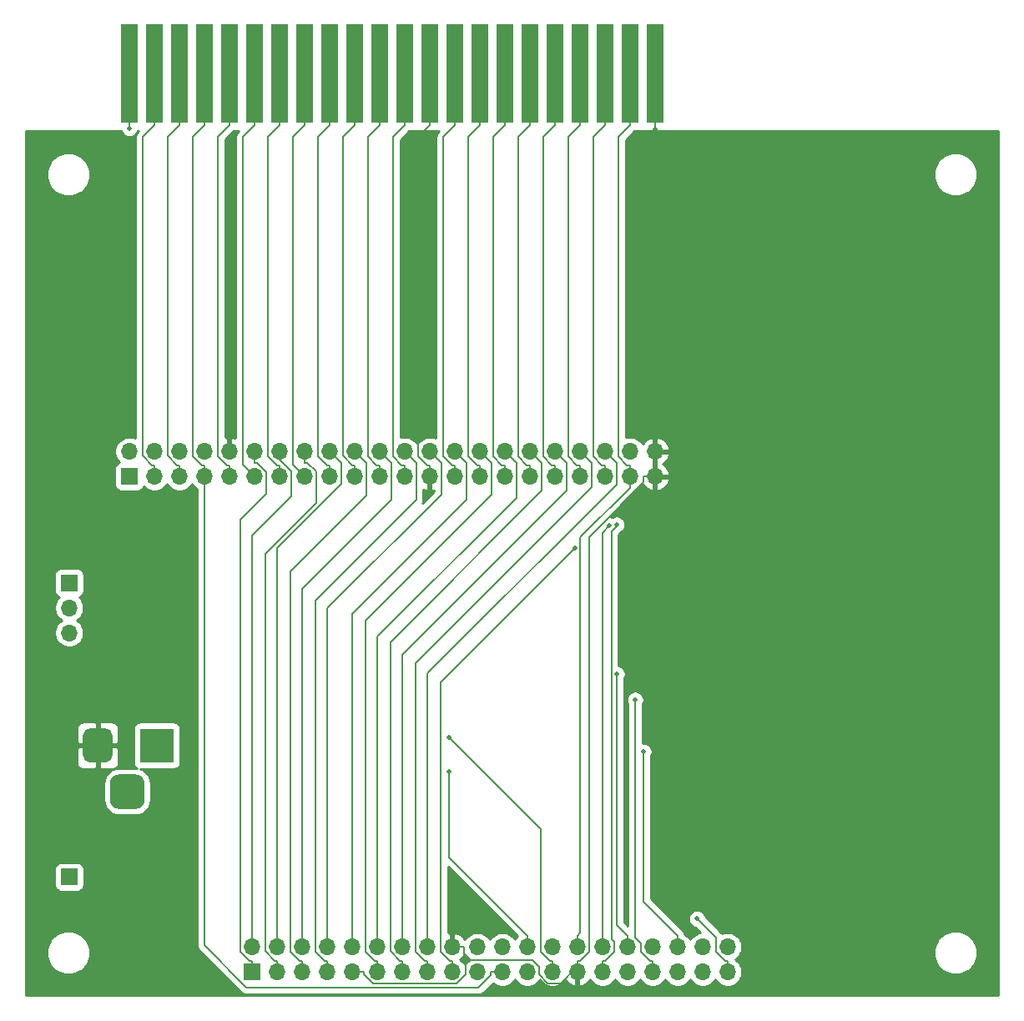
<source format=gbl>
G04 #@! TF.GenerationSoftware,KiCad,Pcbnew,(5.1.9)-1*
G04 #@! TF.CreationDate,2022-09-16T10:06:17+09:00*
G04 #@! TF.ProjectId,mz-80b,6d7a2d38-3062-42e6-9b69-6361645f7063,rev?*
G04 #@! TF.SameCoordinates,PX2faf080PY93d1cc0*
G04 #@! TF.FileFunction,Copper,L2,Bot*
G04 #@! TF.FilePolarity,Positive*
%FSLAX46Y46*%
G04 Gerber Fmt 4.6, Leading zero omitted, Abs format (unit mm)*
G04 Created by KiCad (PCBNEW (5.1.9)-1) date 2022-09-16 10:06:17*
%MOMM*%
%LPD*%
G01*
G04 APERTURE LIST*
G04 #@! TA.AperFunction,ConnectorPad*
%ADD10R,1.780000X10.000000*%
G04 #@! TD*
G04 #@! TA.AperFunction,ComponentPad*
%ADD11O,1.700000X1.700000*%
G04 #@! TD*
G04 #@! TA.AperFunction,ComponentPad*
%ADD12R,1.700000X1.700000*%
G04 #@! TD*
G04 #@! TA.AperFunction,ComponentPad*
%ADD13R,3.500000X3.500000*%
G04 #@! TD*
G04 #@! TA.AperFunction,ViaPad*
%ADD14C,0.500000*%
G04 #@! TD*
G04 #@! TA.AperFunction,Conductor*
%ADD15C,0.200000*%
G04 #@! TD*
G04 #@! TA.AperFunction,Conductor*
%ADD16C,0.254000*%
G04 #@! TD*
G04 #@! TA.AperFunction,Conductor*
%ADD17C,0.100000*%
G04 #@! TD*
G04 APERTURE END LIST*
D10*
X11176000Y94270000D03*
X13716000Y94270000D03*
X16256000Y94270000D03*
X18796000Y94270000D03*
X21336000Y94270000D03*
X23876000Y94270000D03*
X26416000Y94270000D03*
X28956000Y94270000D03*
X31496000Y94270000D03*
X34036000Y94270000D03*
X36576000Y94270000D03*
X39116000Y94270000D03*
X41656000Y94270000D03*
X44196000Y94270000D03*
X46736000Y94270000D03*
X49276000Y94270000D03*
X51816000Y94270000D03*
X54356000Y94270000D03*
X56896000Y94270000D03*
X59436000Y94270000D03*
X61976000Y94270000D03*
X64516000Y94270000D03*
D11*
X64516000Y55880000D03*
X64516000Y53340000D03*
X61976000Y55880000D03*
X61976000Y53340000D03*
X59436000Y55880000D03*
X59436000Y53340000D03*
X56896000Y55880000D03*
X56896000Y53340000D03*
X54356000Y55880000D03*
X54356000Y53340000D03*
X51816000Y55880000D03*
X51816000Y53340000D03*
X49276000Y55880000D03*
X49276000Y53340000D03*
X46736000Y55880000D03*
X46736000Y53340000D03*
X44196000Y55880000D03*
X44196000Y53340000D03*
X41656000Y55880000D03*
X41656000Y53340000D03*
X39116000Y55880000D03*
X39116000Y53340000D03*
X36576000Y55880000D03*
X36576000Y53340000D03*
X34036000Y55880000D03*
X34036000Y53340000D03*
X31496000Y55880000D03*
X31496000Y53340000D03*
X28956000Y55880000D03*
X28956000Y53340000D03*
X26416000Y55880000D03*
X26416000Y53340000D03*
X23876000Y55880000D03*
X23876000Y53340000D03*
X21336000Y55880000D03*
X21336000Y53340000D03*
X18796000Y55880000D03*
X18796000Y53340000D03*
X16256000Y55880000D03*
X16256000Y53340000D03*
X13716000Y55880000D03*
X13716000Y53340000D03*
X11176000Y55880000D03*
D12*
X11176000Y53340000D03*
X23622000Y3048000D03*
D11*
X23622000Y5588000D03*
X26162000Y3048000D03*
X26162000Y5588000D03*
X28702000Y3048000D03*
X28702000Y5588000D03*
X31242000Y3048000D03*
X31242000Y5588000D03*
X33782000Y3048000D03*
X33782000Y5588000D03*
X36322000Y3048000D03*
X36322000Y5588000D03*
X38862000Y3048000D03*
X38862000Y5588000D03*
X41402000Y3048000D03*
X41402000Y5588000D03*
X43942000Y3048000D03*
X43942000Y5588000D03*
X46482000Y3048000D03*
X46482000Y5588000D03*
X49022000Y3048000D03*
X49022000Y5588000D03*
X51562000Y3048000D03*
X51562000Y5588000D03*
X54102000Y3048000D03*
X54102000Y5588000D03*
X56642000Y3048000D03*
X56642000Y5588000D03*
X59182000Y3048000D03*
X59182000Y5588000D03*
X61722000Y3048000D03*
X61722000Y5588000D03*
X64262000Y3048000D03*
X64262000Y5588000D03*
X66802000Y3048000D03*
X66802000Y5588000D03*
X69342000Y3048000D03*
X69342000Y5588000D03*
X71882000Y3048000D03*
X71882000Y5588000D03*
D12*
X5080000Y12700000D03*
D13*
X13970000Y26035000D03*
G04 #@! TA.AperFunction,ComponentPad*
G36*
G01*
X6470000Y25035000D02*
X6470000Y27035000D01*
G75*
G02*
X7220000Y27785000I750000J0D01*
G01*
X8720000Y27785000D01*
G75*
G02*
X9470000Y27035000I0J-750000D01*
G01*
X9470000Y25035000D01*
G75*
G02*
X8720000Y24285000I-750000J0D01*
G01*
X7220000Y24285000D01*
G75*
G02*
X6470000Y25035000I0J750000D01*
G01*
G37*
G04 #@! TD.AperFunction*
G04 #@! TA.AperFunction,ComponentPad*
G36*
G01*
X9220000Y20460000D02*
X9220000Y22210000D01*
G75*
G02*
X10095000Y23085000I875000J0D01*
G01*
X11845000Y23085000D01*
G75*
G02*
X12720000Y22210000I0J-875000D01*
G01*
X12720000Y20460000D01*
G75*
G02*
X11845000Y19585000I-875000J0D01*
G01*
X10095000Y19585000D01*
G75*
G02*
X9220000Y20460000I0J875000D01*
G01*
G37*
G04 #@! TD.AperFunction*
D12*
X5080000Y42545000D03*
D11*
X5080000Y40005000D03*
X5080000Y37465000D03*
D14*
X11176000Y88698800D03*
X64516000Y88593000D03*
X43638600Y23386700D03*
X43638600Y26849400D03*
X56380800Y46047800D03*
X68787000Y8438600D03*
X63356900Y25408800D03*
X62494500Y30667500D03*
X60633800Y33255600D03*
X59902100Y48342000D03*
X60602400Y48448800D03*
D15*
X11176000Y94270000D02*
X11176000Y88698800D01*
X45312100Y4221500D02*
X45312100Y2782800D01*
X45312100Y2782800D02*
X44400000Y1870700D01*
X44400000Y1870700D02*
X35863800Y1870700D01*
X35863800Y1870700D02*
X34932300Y2802200D01*
X34932300Y2802200D02*
X34932300Y3048000D01*
X45092300Y5588000D02*
X45092300Y4441300D01*
X45092300Y4441300D02*
X45312100Y4221500D01*
X56642000Y3623200D02*
X54916400Y1897600D01*
X54916400Y1897600D02*
X53588100Y1897600D01*
X53588100Y1897600D02*
X52712400Y2773300D01*
X52712400Y2773300D02*
X52712400Y3545700D01*
X52712400Y3545700D02*
X52036600Y4221500D01*
X52036600Y4221500D02*
X45312100Y4221500D01*
X33782000Y3048000D02*
X34932300Y3048000D01*
X43942000Y5588000D02*
X45092300Y5588000D01*
X56642000Y3623200D02*
X56642000Y4198300D01*
X56642000Y3048000D02*
X56642000Y3623200D01*
X56642000Y4198300D02*
X56929700Y4198300D01*
X56929700Y4198300D02*
X57792300Y5060900D01*
X57792300Y5060900D02*
X57792300Y47172800D01*
X57792300Y47172800D02*
X63365700Y52746200D01*
X63365700Y52746200D02*
X63365700Y53340000D01*
X64516000Y88593000D02*
X64516000Y94270000D01*
X64516000Y55880000D02*
X64516000Y88593000D01*
X64516000Y53340000D02*
X64516000Y55880000D01*
X64516000Y53340000D02*
X63365700Y53340000D01*
X41656000Y53340000D02*
X41656000Y54490300D01*
X41656000Y94270000D02*
X41656000Y88969700D01*
X41656000Y88969700D02*
X40504100Y87817800D01*
X40504100Y87817800D02*
X40504100Y55403800D01*
X40504100Y55403800D02*
X41417600Y54490300D01*
X41417600Y54490300D02*
X41656000Y54490300D01*
X51562000Y6738300D02*
X43638600Y14661700D01*
X43638600Y14661700D02*
X43638600Y23386700D01*
X51562000Y5588000D02*
X51562000Y6738300D01*
X54102000Y4198300D02*
X53814300Y4198300D01*
X53814300Y4198300D02*
X52951700Y5060900D01*
X52951700Y5060900D02*
X52951700Y17536300D01*
X52951700Y17536300D02*
X43638600Y26849400D01*
X54102000Y3048000D02*
X54102000Y4198300D01*
X23622000Y4198300D02*
X23334400Y4198300D01*
X23334400Y4198300D02*
X22467900Y5064800D01*
X22467900Y5064800D02*
X22467900Y48946700D01*
X22467900Y48946700D02*
X25073900Y51552700D01*
X25073900Y51552700D02*
X25073900Y53770100D01*
X25073900Y53770100D02*
X24114300Y54729700D01*
X24114300Y54729700D02*
X23876000Y54729700D01*
X23876000Y55880000D02*
X23876000Y54729700D01*
X23622000Y3048000D02*
X23622000Y4198300D01*
X23622000Y6738300D02*
X23622000Y47336200D01*
X23622000Y47336200D02*
X27590100Y51304300D01*
X27590100Y51304300D02*
X27590100Y53882500D01*
X27590100Y53882500D02*
X26416000Y55056600D01*
X26416000Y55056600D02*
X26416000Y55880000D01*
X23622000Y5588000D02*
X23622000Y6738300D01*
X26162000Y4198300D02*
X25923600Y4198300D01*
X25923600Y4198300D02*
X24971400Y5150500D01*
X24971400Y5150500D02*
X24971400Y45471700D01*
X24971400Y45471700D02*
X30149900Y50650200D01*
X30149900Y50650200D02*
X30149900Y53823400D01*
X30149900Y53823400D02*
X29243600Y54729700D01*
X29243600Y54729700D02*
X28956000Y54729700D01*
X26162000Y3048000D02*
X26162000Y4198300D01*
X28956000Y55880000D02*
X28956000Y54729700D01*
X26162000Y5588000D02*
X26162000Y46059900D01*
X26162000Y46059900D02*
X32657300Y52555200D01*
X32657300Y52555200D02*
X32657300Y54718700D01*
X32657300Y54718700D02*
X31496000Y55880000D01*
X28702000Y3048000D02*
X28702000Y4198300D01*
X28702000Y4198300D02*
X28414400Y4198300D01*
X28414400Y4198300D02*
X27511400Y5101300D01*
X27511400Y5101300D02*
X27511400Y43721300D01*
X27511400Y43721300D02*
X35209200Y51419100D01*
X35209200Y51419100D02*
X35209200Y54706800D01*
X35209200Y54706800D02*
X34036000Y55880000D01*
X28702000Y5588000D02*
X28702000Y41929400D01*
X28702000Y41929400D02*
X37749200Y50976600D01*
X37749200Y50976600D02*
X37749200Y54706800D01*
X37749200Y54706800D02*
X36576000Y55880000D01*
X31242000Y3048000D02*
X31242000Y4198300D01*
X31242000Y4198300D02*
X30954400Y4198300D01*
X30954400Y4198300D02*
X30038900Y5113800D01*
X30038900Y5113800D02*
X30038900Y40767600D01*
X30038900Y40767600D02*
X40289200Y51017900D01*
X40289200Y51017900D02*
X40289200Y54706800D01*
X40289200Y54706800D02*
X39116000Y55880000D01*
X31242000Y5588000D02*
X31242000Y39936600D01*
X31242000Y39936600D02*
X42829200Y51523800D01*
X42829200Y51523800D02*
X42829200Y54706800D01*
X42829200Y54706800D02*
X41656000Y55880000D01*
X33782000Y5588000D02*
X33782000Y39413100D01*
X33782000Y39413100D02*
X45369200Y51000300D01*
X45369200Y51000300D02*
X45369200Y54706800D01*
X45369200Y54706800D02*
X44196000Y55880000D01*
X36322000Y3048000D02*
X36322000Y4198300D01*
X36322000Y4198300D02*
X36034400Y4198300D01*
X36034400Y4198300D02*
X35118900Y5113800D01*
X35118900Y5113800D02*
X35118900Y38698300D01*
X35118900Y38698300D02*
X47909200Y51488600D01*
X47909200Y51488600D02*
X47909200Y54706800D01*
X47909200Y54706800D02*
X46736000Y55880000D01*
X36322000Y5588000D02*
X36322000Y37057800D01*
X36322000Y37057800D02*
X50449200Y51185000D01*
X50449200Y51185000D02*
X50449200Y54706800D01*
X50449200Y54706800D02*
X49276000Y55880000D01*
X38862000Y4198300D02*
X38623600Y4198300D01*
X38623600Y4198300D02*
X37671400Y5150500D01*
X37671400Y5150500D02*
X37671400Y36540700D01*
X37671400Y36540700D02*
X53006600Y51875900D01*
X53006600Y51875900D02*
X53006600Y54689400D01*
X53006600Y54689400D02*
X51816000Y55880000D01*
X38862000Y3048000D02*
X38862000Y4198300D01*
X38862000Y5588000D02*
X38862000Y35268900D01*
X38862000Y35268900D02*
X55529200Y51936100D01*
X55529200Y51936100D02*
X55529200Y54706800D01*
X55529200Y54706800D02*
X54356000Y55880000D01*
X41402000Y3048000D02*
X41402000Y4198300D01*
X41402000Y4198300D02*
X41114400Y4198300D01*
X41114400Y4198300D02*
X40198900Y5113800D01*
X40198900Y5113800D02*
X40198900Y34358700D01*
X40198900Y34358700D02*
X58054100Y52213900D01*
X58054100Y52213900D02*
X58054100Y54721900D01*
X58054100Y54721900D02*
X56896000Y55880000D01*
X41402000Y5588000D02*
X41402000Y33349700D01*
X41402000Y33349700D02*
X60586400Y52534100D01*
X60586400Y52534100D02*
X60586400Y54729600D01*
X60586400Y54729600D02*
X59436000Y55880000D01*
X43942000Y3048000D02*
X43942000Y4198300D01*
X43942000Y4198300D02*
X43654400Y4198300D01*
X43654400Y4198300D02*
X42766200Y5086500D01*
X42766200Y5086500D02*
X42766200Y32433200D01*
X42766200Y32433200D02*
X56380800Y46047800D01*
X13716000Y54490300D02*
X13477600Y54490300D01*
X13477600Y54490300D02*
X12535100Y55432800D01*
X12535100Y55432800D02*
X12535100Y87788800D01*
X12535100Y87788800D02*
X13716000Y88969700D01*
X13716000Y53340000D02*
X13716000Y54490300D01*
X13716000Y94270000D02*
X13716000Y88969700D01*
X16256000Y88969700D02*
X16248900Y88969700D01*
X16248900Y88969700D02*
X15065700Y87786500D01*
X15065700Y87786500D02*
X15065700Y55442200D01*
X15065700Y55442200D02*
X16017600Y54490300D01*
X16017600Y54490300D02*
X16256000Y54490300D01*
X16256000Y53340000D02*
X16256000Y54490300D01*
X16256000Y94270000D02*
X16256000Y88969700D01*
X18796000Y53340000D02*
X18796000Y5739800D01*
X18796000Y5739800D02*
X23065400Y1470400D01*
X23065400Y1470400D02*
X46581700Y1470400D01*
X46581700Y1470400D02*
X47871700Y2760400D01*
X47871700Y2760400D02*
X47871700Y3048000D01*
X49022000Y3048000D02*
X47871700Y3048000D01*
X18796000Y53340000D02*
X18796000Y54490300D01*
X18796000Y54490300D02*
X18508400Y54490300D01*
X18508400Y54490300D02*
X17615100Y55383600D01*
X17615100Y55383600D02*
X17615100Y87788800D01*
X17615100Y87788800D02*
X18796000Y88969700D01*
X18796000Y94270000D02*
X18796000Y88969700D01*
X21336000Y94270000D02*
X21336000Y88969700D01*
X21336000Y53340000D02*
X21336000Y54490300D01*
X21336000Y54490300D02*
X21048400Y54490300D01*
X21048400Y54490300D02*
X20185500Y55353200D01*
X20185500Y55353200D02*
X20185500Y87819200D01*
X20185500Y87819200D02*
X21336000Y88969700D01*
X23876000Y94270000D02*
X23876000Y88969700D01*
X23876000Y53340000D02*
X22695100Y54520900D01*
X22695100Y54520900D02*
X22695100Y87788800D01*
X22695100Y87788800D02*
X23876000Y88969700D01*
X28956000Y94270000D02*
X28956000Y88969700D01*
X28956000Y53340000D02*
X27775100Y54520900D01*
X27775100Y54520900D02*
X27775100Y87788800D01*
X27775100Y87788800D02*
X28956000Y88969700D01*
X71882000Y3048000D02*
X71882000Y4198300D01*
X71882000Y4198300D02*
X71594300Y4198300D01*
X71594300Y4198300D02*
X70731700Y5060900D01*
X70731700Y5060900D02*
X70731700Y6493900D01*
X70731700Y6493900D02*
X68787000Y8438600D01*
X31496000Y94270000D02*
X31496000Y88969700D01*
X31496000Y53340000D02*
X31496000Y54490300D01*
X31496000Y54490300D02*
X31208400Y54490300D01*
X31208400Y54490300D02*
X30315100Y55383600D01*
X30315100Y55383600D02*
X30315100Y87788800D01*
X30315100Y87788800D02*
X31496000Y88969700D01*
X34036000Y94270000D02*
X34036000Y88969700D01*
X34036000Y53340000D02*
X34036000Y54490300D01*
X34036000Y88969700D02*
X32845600Y87779300D01*
X32845600Y87779300D02*
X32845600Y55442300D01*
X32845600Y55442300D02*
X33797600Y54490300D01*
X33797600Y54490300D02*
X34036000Y54490300D01*
X66802000Y6738300D02*
X63356900Y10183400D01*
X63356900Y10183400D02*
X63356900Y25408800D01*
X66802000Y5588000D02*
X66802000Y6738300D01*
X36576000Y94270000D02*
X36576000Y88969700D01*
X36576000Y53340000D02*
X36576000Y54490300D01*
X36576000Y54490300D02*
X36284000Y54490300D01*
X36284000Y54490300D02*
X35402700Y55371600D01*
X35402700Y55371600D02*
X35402700Y87796400D01*
X35402700Y87796400D02*
X36576000Y88969700D01*
X39116000Y94270000D02*
X39116000Y88969700D01*
X39116000Y53340000D02*
X39116000Y54490300D01*
X39116000Y54490300D02*
X38824000Y54490300D01*
X38824000Y54490300D02*
X37935100Y55379200D01*
X37935100Y55379200D02*
X37935100Y87788800D01*
X37935100Y87788800D02*
X39116000Y88969700D01*
X44196000Y94270000D02*
X44196000Y88969700D01*
X44196000Y53340000D02*
X44196000Y54490300D01*
X44196000Y54490300D02*
X43908400Y54490300D01*
X43908400Y54490300D02*
X43022700Y55376000D01*
X43022700Y55376000D02*
X43022700Y87796400D01*
X43022700Y87796400D02*
X44196000Y88969700D01*
X46736000Y88969700D02*
X45570800Y87804500D01*
X45570800Y87804500D02*
X45570800Y55367900D01*
X45570800Y55367900D02*
X46448400Y54490300D01*
X46448400Y54490300D02*
X46736000Y54490300D01*
X46736000Y94270000D02*
X46736000Y88969700D01*
X46736000Y53340000D02*
X46736000Y54490300D01*
X64262000Y3048000D02*
X64262000Y4198300D01*
X64262000Y4198300D02*
X63974300Y4198300D01*
X63974300Y4198300D02*
X63111700Y5060900D01*
X63111700Y5060900D02*
X63111700Y5914900D01*
X63111700Y5914900D02*
X62494500Y6532100D01*
X62494500Y6532100D02*
X62494500Y30667500D01*
X49276000Y94270000D02*
X49276000Y88969700D01*
X49276000Y53340000D02*
X49276000Y54490300D01*
X49276000Y54490300D02*
X48984000Y54490300D01*
X48984000Y54490300D02*
X48102700Y55371600D01*
X48102700Y55371600D02*
X48102700Y87796400D01*
X48102700Y87796400D02*
X49276000Y88969700D01*
X51816000Y94270000D02*
X51816000Y88969700D01*
X51816000Y53340000D02*
X51816000Y54490300D01*
X51816000Y54490300D02*
X51524000Y54490300D01*
X51524000Y54490300D02*
X50635100Y55379200D01*
X50635100Y55379200D02*
X50635100Y87788800D01*
X50635100Y87788800D02*
X51816000Y88969700D01*
X61722000Y5588000D02*
X61722000Y6738300D01*
X61722000Y6738300D02*
X60633800Y7826500D01*
X60633800Y7826500D02*
X60633800Y33255600D01*
X54356000Y94270000D02*
X54356000Y88969700D01*
X54356000Y53340000D02*
X54356000Y54490300D01*
X54356000Y54490300D02*
X54064000Y54490300D01*
X54064000Y54490300D02*
X53182700Y55371600D01*
X53182700Y55371600D02*
X53182700Y87796400D01*
X53182700Y87796400D02*
X54356000Y88969700D01*
X59182000Y6738300D02*
X59182000Y47621900D01*
X59182000Y47621900D02*
X59902100Y48342000D01*
X56896000Y94270000D02*
X56896000Y88969700D01*
X56896000Y53340000D02*
X56896000Y54490300D01*
X56896000Y54490300D02*
X56604000Y54490300D01*
X56604000Y54490300D02*
X55715100Y55379200D01*
X55715100Y55379200D02*
X55715100Y87788800D01*
X55715100Y87788800D02*
X56896000Y88969700D01*
X59182000Y5588000D02*
X59182000Y6738300D01*
X59182000Y4198300D02*
X59469600Y4198300D01*
X59469600Y4198300D02*
X60335100Y5063800D01*
X60335100Y5063800D02*
X60335100Y6144400D01*
X60335100Y6144400D02*
X60077800Y6401700D01*
X60077800Y6401700D02*
X60077800Y47739400D01*
X60077800Y47739400D02*
X60602400Y48264000D01*
X60602400Y48264000D02*
X60602400Y48448800D01*
X59436000Y94270000D02*
X59436000Y88969700D01*
X59436000Y53340000D02*
X59436000Y54490300D01*
X59436000Y54490300D02*
X59144000Y54490300D01*
X59144000Y54490300D02*
X58255100Y55379200D01*
X58255100Y55379200D02*
X58255100Y87788800D01*
X58255100Y87788800D02*
X59436000Y88969700D01*
X59182000Y3048000D02*
X59182000Y4198300D01*
X61976000Y53340000D02*
X61976000Y52189700D01*
X56642000Y5588000D02*
X56642000Y6738300D01*
X56642000Y6738300D02*
X56931200Y7027500D01*
X56931200Y7027500D02*
X56931200Y47144900D01*
X56931200Y47144900D02*
X61976000Y52189700D01*
X61976000Y94270000D02*
X61976000Y88969700D01*
X61976000Y53340000D02*
X61976000Y54490300D01*
X61976000Y54490300D02*
X61684000Y54490300D01*
X61684000Y54490300D02*
X60785700Y55388600D01*
X60785700Y55388600D02*
X60785700Y87779400D01*
X60785700Y87779400D02*
X61976000Y88969700D01*
X26416000Y94270000D02*
X26416000Y88969700D01*
X26416000Y53340000D02*
X26416000Y54490300D01*
X26416000Y54490300D02*
X26128400Y54490300D01*
X26128400Y54490300D02*
X25258000Y55360700D01*
X25258000Y55360700D02*
X25258000Y87811700D01*
X25258000Y87811700D02*
X26416000Y88969700D01*
D16*
X10391723Y88279595D02*
X10488576Y88134645D01*
X10611845Y88011376D01*
X10756795Y87914523D01*
X10917855Y87847810D01*
X11088835Y87813800D01*
X11263165Y87813800D01*
X11434145Y87847810D01*
X11595205Y87914523D01*
X11740155Y88011376D01*
X11863424Y88134645D01*
X11960277Y88279595D01*
X11998966Y88373000D01*
X12079854Y88373000D01*
X12040908Y88334054D01*
X12012863Y88311038D01*
X11921014Y88199120D01*
X11869013Y88101833D01*
X11852764Y88071433D01*
X11810735Y87932885D01*
X11796544Y87788800D01*
X11800101Y87752685D01*
X11800100Y57228842D01*
X11609158Y57307932D01*
X11322260Y57365000D01*
X11029740Y57365000D01*
X10742842Y57307932D01*
X10472589Y57195990D01*
X10229368Y57033475D01*
X10022525Y56826632D01*
X9860010Y56583411D01*
X9748068Y56313158D01*
X9691000Y56026260D01*
X9691000Y55733740D01*
X9748068Y55446842D01*
X9860010Y55176589D01*
X10022525Y54933368D01*
X10154380Y54801513D01*
X10081820Y54779502D01*
X9971506Y54720537D01*
X9874815Y54641185D01*
X9795463Y54544494D01*
X9736498Y54434180D01*
X9700188Y54314482D01*
X9687928Y54190000D01*
X9687928Y52490000D01*
X9700188Y52365518D01*
X9736498Y52245820D01*
X9795463Y52135506D01*
X9874815Y52038815D01*
X9971506Y51959463D01*
X10081820Y51900498D01*
X10201518Y51864188D01*
X10326000Y51851928D01*
X12026000Y51851928D01*
X12150482Y51864188D01*
X12270180Y51900498D01*
X12380494Y51959463D01*
X12477185Y52038815D01*
X12556537Y52135506D01*
X12615502Y52245820D01*
X12637513Y52318380D01*
X12769368Y52186525D01*
X13012589Y52024010D01*
X13282842Y51912068D01*
X13569740Y51855000D01*
X13862260Y51855000D01*
X14149158Y51912068D01*
X14419411Y52024010D01*
X14662632Y52186525D01*
X14869475Y52393368D01*
X14986000Y52567760D01*
X15102525Y52393368D01*
X15309368Y52186525D01*
X15552589Y52024010D01*
X15822842Y51912068D01*
X16109740Y51855000D01*
X16402260Y51855000D01*
X16689158Y51912068D01*
X16959411Y52024010D01*
X17202632Y52186525D01*
X17409475Y52393368D01*
X17526000Y52567760D01*
X17642525Y52393368D01*
X17849368Y52186525D01*
X18061000Y52045117D01*
X18061001Y5775915D01*
X18057444Y5739800D01*
X18071635Y5595715D01*
X18112501Y5461000D01*
X18113664Y5457167D01*
X18181914Y5329480D01*
X18273763Y5217562D01*
X18301808Y5194546D01*
X22520146Y976207D01*
X22543162Y948162D01*
X22655080Y856313D01*
X22782767Y788063D01*
X22921315Y746035D01*
X23029295Y735400D01*
X23029304Y735400D01*
X23065399Y731845D01*
X23101494Y735400D01*
X46545595Y735400D01*
X46581700Y731844D01*
X46617805Y735400D01*
X46725785Y746035D01*
X46864333Y788063D01*
X46992020Y856313D01*
X47103938Y948162D01*
X47126958Y976212D01*
X48060320Y1909573D01*
X48075368Y1894525D01*
X48318589Y1732010D01*
X48588842Y1620068D01*
X48875740Y1563000D01*
X49168260Y1563000D01*
X49455158Y1620068D01*
X49725411Y1732010D01*
X49968632Y1894525D01*
X50175475Y2101368D01*
X50292000Y2275760D01*
X50408525Y2101368D01*
X50615368Y1894525D01*
X50858589Y1732010D01*
X51128842Y1620068D01*
X51415740Y1563000D01*
X51708260Y1563000D01*
X51995158Y1620068D01*
X52265411Y1732010D01*
X52508632Y1894525D01*
X52715475Y2101368D01*
X52832000Y2275760D01*
X52948525Y2101368D01*
X53155368Y1894525D01*
X53398589Y1732010D01*
X53668842Y1620068D01*
X53955740Y1563000D01*
X54248260Y1563000D01*
X54535158Y1620068D01*
X54805411Y1732010D01*
X55048632Y1894525D01*
X55255475Y2101368D01*
X55377195Y2283534D01*
X55446822Y2166645D01*
X55641731Y1950412D01*
X55875080Y1776359D01*
X56137901Y1651175D01*
X56285110Y1606524D01*
X56515000Y1727845D01*
X56515000Y2921000D01*
X56495000Y2921000D01*
X56495000Y3175000D01*
X56515000Y3175000D01*
X56515000Y3195000D01*
X56769000Y3195000D01*
X56769000Y3175000D01*
X56789000Y3175000D01*
X56789000Y2921000D01*
X56769000Y2921000D01*
X56769000Y1727845D01*
X56998890Y1606524D01*
X57146099Y1651175D01*
X57408920Y1776359D01*
X57642269Y1950412D01*
X57837178Y2166645D01*
X57906805Y2283534D01*
X58028525Y2101368D01*
X58235368Y1894525D01*
X58478589Y1732010D01*
X58748842Y1620068D01*
X59035740Y1563000D01*
X59328260Y1563000D01*
X59615158Y1620068D01*
X59885411Y1732010D01*
X60128632Y1894525D01*
X60335475Y2101368D01*
X60452000Y2275760D01*
X60568525Y2101368D01*
X60775368Y1894525D01*
X61018589Y1732010D01*
X61288842Y1620068D01*
X61575740Y1563000D01*
X61868260Y1563000D01*
X62155158Y1620068D01*
X62425411Y1732010D01*
X62668632Y1894525D01*
X62875475Y2101368D01*
X62992000Y2275760D01*
X63108525Y2101368D01*
X63315368Y1894525D01*
X63558589Y1732010D01*
X63828842Y1620068D01*
X64115740Y1563000D01*
X64408260Y1563000D01*
X64695158Y1620068D01*
X64965411Y1732010D01*
X65208632Y1894525D01*
X65415475Y2101368D01*
X65532000Y2275760D01*
X65648525Y2101368D01*
X65855368Y1894525D01*
X66098589Y1732010D01*
X66368842Y1620068D01*
X66655740Y1563000D01*
X66948260Y1563000D01*
X67235158Y1620068D01*
X67505411Y1732010D01*
X67748632Y1894525D01*
X67955475Y2101368D01*
X68072000Y2275760D01*
X68188525Y2101368D01*
X68395368Y1894525D01*
X68638589Y1732010D01*
X68908842Y1620068D01*
X69195740Y1563000D01*
X69488260Y1563000D01*
X69775158Y1620068D01*
X70045411Y1732010D01*
X70288632Y1894525D01*
X70495475Y2101368D01*
X70612000Y2275760D01*
X70728525Y2101368D01*
X70935368Y1894525D01*
X71178589Y1732010D01*
X71448842Y1620068D01*
X71735740Y1563000D01*
X72028260Y1563000D01*
X72315158Y1620068D01*
X72585411Y1732010D01*
X72828632Y1894525D01*
X73035475Y2101368D01*
X73197990Y2344589D01*
X73309932Y2614842D01*
X73367000Y2901740D01*
X73367000Y3194260D01*
X73309932Y3481158D01*
X73197990Y3751411D01*
X73035475Y3994632D01*
X72828632Y4201475D01*
X72654240Y4318000D01*
X72828632Y4434525D01*
X73035475Y4641368D01*
X73197990Y4884589D01*
X73309932Y5154842D01*
X73322918Y5220128D01*
X92765000Y5220128D01*
X92765000Y4779872D01*
X92850890Y4348075D01*
X93019369Y3941331D01*
X93263962Y3575271D01*
X93575271Y3263962D01*
X93941331Y3019369D01*
X94348075Y2850890D01*
X94779872Y2765000D01*
X95220128Y2765000D01*
X95651925Y2850890D01*
X96058669Y3019369D01*
X96424729Y3263962D01*
X96736038Y3575271D01*
X96980631Y3941331D01*
X97149110Y4348075D01*
X97235000Y4779872D01*
X97235000Y5220128D01*
X97149110Y5651925D01*
X96980631Y6058669D01*
X96736038Y6424729D01*
X96424729Y6736038D01*
X96058669Y6980631D01*
X95651925Y7149110D01*
X95220128Y7235000D01*
X94779872Y7235000D01*
X94348075Y7149110D01*
X93941331Y6980631D01*
X93575271Y6736038D01*
X93263962Y6424729D01*
X93019369Y6058669D01*
X92850890Y5651925D01*
X92765000Y5220128D01*
X73322918Y5220128D01*
X73367000Y5441740D01*
X73367000Y5734260D01*
X73309932Y6021158D01*
X73197990Y6291411D01*
X73035475Y6534632D01*
X72828632Y6741475D01*
X72585411Y6903990D01*
X72315158Y7015932D01*
X72028260Y7073000D01*
X71735740Y7073000D01*
X71448842Y7015932D01*
X71303510Y6955734D01*
X71253938Y7016138D01*
X71225893Y7039154D01*
X69655294Y8609752D01*
X69637990Y8696745D01*
X69571277Y8857805D01*
X69474424Y9002755D01*
X69351155Y9126024D01*
X69206205Y9222877D01*
X69045145Y9289590D01*
X68874165Y9323600D01*
X68699835Y9323600D01*
X68528855Y9289590D01*
X68367795Y9222877D01*
X68222845Y9126024D01*
X68099576Y9002755D01*
X68002723Y8857805D01*
X67936010Y8696745D01*
X67902000Y8525765D01*
X67902000Y8351435D01*
X67936010Y8180455D01*
X68002723Y8019395D01*
X68099576Y7874445D01*
X68222845Y7751176D01*
X68367795Y7654323D01*
X68528855Y7587610D01*
X68615848Y7570306D01*
X69126856Y7059298D01*
X68908842Y7015932D01*
X68638589Y6903990D01*
X68395368Y6741475D01*
X68188525Y6534632D01*
X68072000Y6360240D01*
X67955475Y6534632D01*
X67748632Y6741475D01*
X67523472Y6891922D01*
X67508154Y6942419D01*
X67484337Y7020933D01*
X67416087Y7148620D01*
X67324238Y7260538D01*
X67296193Y7283554D01*
X64091900Y10487846D01*
X64091900Y24915847D01*
X64141177Y24989595D01*
X64207890Y25150655D01*
X64241900Y25321635D01*
X64241900Y25495965D01*
X64207890Y25666945D01*
X64141177Y25828005D01*
X64044324Y25972955D01*
X63921055Y26096224D01*
X63776105Y26193077D01*
X63615045Y26259790D01*
X63444065Y26293800D01*
X63269735Y26293800D01*
X63229500Y26285797D01*
X63229500Y30174547D01*
X63278777Y30248295D01*
X63345490Y30409355D01*
X63379500Y30580335D01*
X63379500Y30754665D01*
X63345490Y30925645D01*
X63278777Y31086705D01*
X63181924Y31231655D01*
X63058655Y31354924D01*
X62913705Y31451777D01*
X62752645Y31518490D01*
X62581665Y31552500D01*
X62407335Y31552500D01*
X62236355Y31518490D01*
X62075295Y31451777D01*
X61930345Y31354924D01*
X61807076Y31231655D01*
X61710223Y31086705D01*
X61643510Y30925645D01*
X61609500Y30754665D01*
X61609500Y30580335D01*
X61643510Y30409355D01*
X61710223Y30248295D01*
X61759501Y30174546D01*
X61759500Y7740247D01*
X61368800Y8130946D01*
X61368800Y32762647D01*
X61418077Y32836395D01*
X61484790Y32997455D01*
X61518800Y33168435D01*
X61518800Y33342765D01*
X61484790Y33513745D01*
X61418077Y33674805D01*
X61321224Y33819755D01*
X61197955Y33943024D01*
X61053005Y34039877D01*
X60891945Y34106590D01*
X60812800Y34122333D01*
X60812800Y47434954D01*
X61084184Y47706337D01*
X61166555Y47761376D01*
X61289824Y47884645D01*
X61386677Y48029595D01*
X61453390Y48190655D01*
X61487400Y48361635D01*
X61487400Y48535965D01*
X61453390Y48706945D01*
X61386677Y48868005D01*
X61289824Y49012955D01*
X61166555Y49136224D01*
X61021605Y49233077D01*
X60860545Y49299790D01*
X60689565Y49333800D01*
X60515235Y49333800D01*
X60344255Y49299790D01*
X60183195Y49233077D01*
X60131699Y49198668D01*
X60042214Y49216468D01*
X62470193Y51644446D01*
X62498238Y51667462D01*
X62590087Y51779380D01*
X62610005Y51816644D01*
X62658337Y51907066D01*
X62697472Y52036078D01*
X62922632Y52186525D01*
X63129475Y52393368D01*
X63251195Y52575534D01*
X63320822Y52458645D01*
X63515731Y52242412D01*
X63749080Y52068359D01*
X64011901Y51943175D01*
X64159110Y51898524D01*
X64389000Y52019845D01*
X64389000Y53213000D01*
X64643000Y53213000D01*
X64643000Y52019845D01*
X64872890Y51898524D01*
X65020099Y51943175D01*
X65282920Y52068359D01*
X65516269Y52242412D01*
X65711178Y52458645D01*
X65860157Y52708748D01*
X65957481Y52983109D01*
X65836814Y53213000D01*
X64643000Y53213000D01*
X64389000Y53213000D01*
X64369000Y53213000D01*
X64369000Y53467000D01*
X64389000Y53467000D01*
X64389000Y55753000D01*
X64643000Y55753000D01*
X64643000Y53467000D01*
X65836814Y53467000D01*
X65957481Y53696891D01*
X65860157Y53971252D01*
X65711178Y54221355D01*
X65516269Y54437588D01*
X65285120Y54610000D01*
X65516269Y54782412D01*
X65711178Y54998645D01*
X65860157Y55248748D01*
X65957481Y55523109D01*
X65836814Y55753000D01*
X64643000Y55753000D01*
X64389000Y55753000D01*
X64369000Y55753000D01*
X64369000Y56007000D01*
X64389000Y56007000D01*
X64389000Y57200155D01*
X64643000Y57200155D01*
X64643000Y56007000D01*
X65836814Y56007000D01*
X65957481Y56236891D01*
X65860157Y56511252D01*
X65711178Y56761355D01*
X65516269Y56977588D01*
X65282920Y57151641D01*
X65020099Y57276825D01*
X64872890Y57321476D01*
X64643000Y57200155D01*
X64389000Y57200155D01*
X64159110Y57321476D01*
X64011901Y57276825D01*
X63749080Y57151641D01*
X63515731Y56977588D01*
X63320822Y56761355D01*
X63251195Y56644466D01*
X63129475Y56826632D01*
X62922632Y57033475D01*
X62679411Y57195990D01*
X62409158Y57307932D01*
X62122260Y57365000D01*
X61829740Y57365000D01*
X61542842Y57307932D01*
X61520700Y57298761D01*
X61520700Y84220128D01*
X92765000Y84220128D01*
X92765000Y83779872D01*
X92850890Y83348075D01*
X93019369Y82941331D01*
X93263962Y82575271D01*
X93575271Y82263962D01*
X93941331Y82019369D01*
X94348075Y81850890D01*
X94779872Y81765000D01*
X95220128Y81765000D01*
X95651925Y81850890D01*
X96058669Y82019369D01*
X96424729Y82263962D01*
X96736038Y82575271D01*
X96980631Y82941331D01*
X97149110Y83348075D01*
X97235000Y83779872D01*
X97235000Y84220128D01*
X97149110Y84651925D01*
X96980631Y85058669D01*
X96736038Y85424729D01*
X96424729Y85736038D01*
X96058669Y85980631D01*
X95651925Y86149110D01*
X95220128Y86235000D01*
X94779872Y86235000D01*
X94348075Y86149110D01*
X93941331Y85980631D01*
X93575271Y85736038D01*
X93263962Y85424729D01*
X93019369Y85058669D01*
X92850890Y84651925D01*
X92765000Y84220128D01*
X61520700Y84220128D01*
X61520700Y87474954D01*
X62418747Y88373000D01*
X99340001Y88373000D01*
X99340000Y660000D01*
X660000Y660000D01*
X660000Y5220128D01*
X2765000Y5220128D01*
X2765000Y4779872D01*
X2850890Y4348075D01*
X3019369Y3941331D01*
X3263962Y3575271D01*
X3575271Y3263962D01*
X3941331Y3019369D01*
X4348075Y2850890D01*
X4779872Y2765000D01*
X5220128Y2765000D01*
X5651925Y2850890D01*
X6058669Y3019369D01*
X6424729Y3263962D01*
X6736038Y3575271D01*
X6980631Y3941331D01*
X7149110Y4348075D01*
X7235000Y4779872D01*
X7235000Y5220128D01*
X7149110Y5651925D01*
X6980631Y6058669D01*
X6736038Y6424729D01*
X6424729Y6736038D01*
X6058669Y6980631D01*
X5651925Y7149110D01*
X5220128Y7235000D01*
X4779872Y7235000D01*
X4348075Y7149110D01*
X3941331Y6980631D01*
X3575271Y6736038D01*
X3263962Y6424729D01*
X3019369Y6058669D01*
X2850890Y5651925D01*
X2765000Y5220128D01*
X660000Y5220128D01*
X660000Y13550000D01*
X3591928Y13550000D01*
X3591928Y11850000D01*
X3604188Y11725518D01*
X3640498Y11605820D01*
X3699463Y11495506D01*
X3778815Y11398815D01*
X3875506Y11319463D01*
X3985820Y11260498D01*
X4105518Y11224188D01*
X4230000Y11211928D01*
X5930000Y11211928D01*
X6054482Y11224188D01*
X6174180Y11260498D01*
X6284494Y11319463D01*
X6381185Y11398815D01*
X6460537Y11495506D01*
X6519502Y11605820D01*
X6555812Y11725518D01*
X6568072Y11850000D01*
X6568072Y13550000D01*
X6555812Y13674482D01*
X6519502Y13794180D01*
X6460537Y13904494D01*
X6381185Y14001185D01*
X6284494Y14080537D01*
X6174180Y14139502D01*
X6054482Y14175812D01*
X5930000Y14188072D01*
X4230000Y14188072D01*
X4105518Y14175812D01*
X3985820Y14139502D01*
X3875506Y14080537D01*
X3778815Y14001185D01*
X3699463Y13904494D01*
X3640498Y13794180D01*
X3604188Y13674482D01*
X3591928Y13550000D01*
X660000Y13550000D01*
X660000Y22210000D01*
X8581928Y22210000D01*
X8581928Y20460000D01*
X8611001Y20164814D01*
X8697104Y19880972D01*
X8836927Y19619382D01*
X9025097Y19390097D01*
X9254382Y19201927D01*
X9515972Y19062104D01*
X9799814Y18976001D01*
X10095000Y18946928D01*
X11845000Y18946928D01*
X12140186Y18976001D01*
X12424028Y19062104D01*
X12685618Y19201927D01*
X12914903Y19390097D01*
X13103073Y19619382D01*
X13242896Y19880972D01*
X13328999Y20164814D01*
X13358072Y20460000D01*
X13358072Y22210000D01*
X13328999Y22505186D01*
X13242896Y22789028D01*
X13103073Y23050618D01*
X12914903Y23279903D01*
X12685618Y23468073D01*
X12424028Y23607896D01*
X12295357Y23646928D01*
X15720000Y23646928D01*
X15844482Y23659188D01*
X15964180Y23695498D01*
X16074494Y23754463D01*
X16171185Y23833815D01*
X16250537Y23930506D01*
X16309502Y24040820D01*
X16345812Y24160518D01*
X16358072Y24285000D01*
X16358072Y27785000D01*
X16345812Y27909482D01*
X16309502Y28029180D01*
X16250537Y28139494D01*
X16171185Y28236185D01*
X16074494Y28315537D01*
X15964180Y28374502D01*
X15844482Y28410812D01*
X15720000Y28423072D01*
X12220000Y28423072D01*
X12095518Y28410812D01*
X11975820Y28374502D01*
X11865506Y28315537D01*
X11768815Y28236185D01*
X11689463Y28139494D01*
X11630498Y28029180D01*
X11594188Y27909482D01*
X11581928Y27785000D01*
X11581928Y24285000D01*
X11594188Y24160518D01*
X11630498Y24040820D01*
X11689463Y23930506D01*
X11768815Y23833815D01*
X11865506Y23754463D01*
X11942131Y23713506D01*
X11845000Y23723072D01*
X10095000Y23723072D01*
X9799814Y23693999D01*
X9515972Y23607896D01*
X9254382Y23468073D01*
X9025097Y23279903D01*
X8836927Y23050618D01*
X8697104Y22789028D01*
X8611001Y22505186D01*
X8581928Y22210000D01*
X660000Y22210000D01*
X660000Y24285000D01*
X5831928Y24285000D01*
X5844188Y24160518D01*
X5880498Y24040820D01*
X5939463Y23930506D01*
X6018815Y23833815D01*
X6115506Y23754463D01*
X6225820Y23695498D01*
X6345518Y23659188D01*
X6470000Y23646928D01*
X7684250Y23650000D01*
X7843000Y23808750D01*
X7843000Y25908000D01*
X8097000Y25908000D01*
X8097000Y23808750D01*
X8255750Y23650000D01*
X9470000Y23646928D01*
X9594482Y23659188D01*
X9714180Y23695498D01*
X9824494Y23754463D01*
X9921185Y23833815D01*
X10000537Y23930506D01*
X10059502Y24040820D01*
X10095812Y24160518D01*
X10108072Y24285000D01*
X10105000Y25749250D01*
X9946250Y25908000D01*
X8097000Y25908000D01*
X7843000Y25908000D01*
X5993750Y25908000D01*
X5835000Y25749250D01*
X5831928Y24285000D01*
X660000Y24285000D01*
X660000Y27785000D01*
X5831928Y27785000D01*
X5835000Y26320750D01*
X5993750Y26162000D01*
X7843000Y26162000D01*
X7843000Y28261250D01*
X8097000Y28261250D01*
X8097000Y26162000D01*
X9946250Y26162000D01*
X10105000Y26320750D01*
X10108072Y27785000D01*
X10095812Y27909482D01*
X10059502Y28029180D01*
X10000537Y28139494D01*
X9921185Y28236185D01*
X9824494Y28315537D01*
X9714180Y28374502D01*
X9594482Y28410812D01*
X9470000Y28423072D01*
X8255750Y28420000D01*
X8097000Y28261250D01*
X7843000Y28261250D01*
X7684250Y28420000D01*
X6470000Y28423072D01*
X6345518Y28410812D01*
X6225820Y28374502D01*
X6115506Y28315537D01*
X6018815Y28236185D01*
X5939463Y28139494D01*
X5880498Y28029180D01*
X5844188Y27909482D01*
X5831928Y27785000D01*
X660000Y27785000D01*
X660000Y43395000D01*
X3591928Y43395000D01*
X3591928Y41695000D01*
X3604188Y41570518D01*
X3640498Y41450820D01*
X3699463Y41340506D01*
X3778815Y41243815D01*
X3875506Y41164463D01*
X3985820Y41105498D01*
X4058380Y41083487D01*
X3926525Y40951632D01*
X3764010Y40708411D01*
X3652068Y40438158D01*
X3595000Y40151260D01*
X3595000Y39858740D01*
X3652068Y39571842D01*
X3764010Y39301589D01*
X3926525Y39058368D01*
X4133368Y38851525D01*
X4307760Y38735000D01*
X4133368Y38618475D01*
X3926525Y38411632D01*
X3764010Y38168411D01*
X3652068Y37898158D01*
X3595000Y37611260D01*
X3595000Y37318740D01*
X3652068Y37031842D01*
X3764010Y36761589D01*
X3926525Y36518368D01*
X4133368Y36311525D01*
X4376589Y36149010D01*
X4646842Y36037068D01*
X4933740Y35980000D01*
X5226260Y35980000D01*
X5513158Y36037068D01*
X5783411Y36149010D01*
X6026632Y36311525D01*
X6233475Y36518368D01*
X6395990Y36761589D01*
X6507932Y37031842D01*
X6565000Y37318740D01*
X6565000Y37611260D01*
X6507932Y37898158D01*
X6395990Y38168411D01*
X6233475Y38411632D01*
X6026632Y38618475D01*
X5852240Y38735000D01*
X6026632Y38851525D01*
X6233475Y39058368D01*
X6395990Y39301589D01*
X6507932Y39571842D01*
X6565000Y39858740D01*
X6565000Y40151260D01*
X6507932Y40438158D01*
X6395990Y40708411D01*
X6233475Y40951632D01*
X6101620Y41083487D01*
X6174180Y41105498D01*
X6284494Y41164463D01*
X6381185Y41243815D01*
X6460537Y41340506D01*
X6519502Y41450820D01*
X6555812Y41570518D01*
X6568072Y41695000D01*
X6568072Y43395000D01*
X6555812Y43519482D01*
X6519502Y43639180D01*
X6460537Y43749494D01*
X6381185Y43846185D01*
X6284494Y43925537D01*
X6174180Y43984502D01*
X6054482Y44020812D01*
X5930000Y44033072D01*
X4230000Y44033072D01*
X4105518Y44020812D01*
X3985820Y43984502D01*
X3875506Y43925537D01*
X3778815Y43846185D01*
X3699463Y43749494D01*
X3640498Y43639180D01*
X3604188Y43519482D01*
X3591928Y43395000D01*
X660000Y43395000D01*
X660000Y84220128D01*
X2765000Y84220128D01*
X2765000Y83779872D01*
X2850890Y83348075D01*
X3019369Y82941331D01*
X3263962Y82575271D01*
X3575271Y82263962D01*
X3941331Y82019369D01*
X4348075Y81850890D01*
X4779872Y81765000D01*
X5220128Y81765000D01*
X5651925Y81850890D01*
X6058669Y82019369D01*
X6424729Y82263962D01*
X6736038Y82575271D01*
X6980631Y82941331D01*
X7149110Y83348075D01*
X7235000Y83779872D01*
X7235000Y84220128D01*
X7149110Y84651925D01*
X6980631Y85058669D01*
X6736038Y85424729D01*
X6424729Y85736038D01*
X6058669Y85980631D01*
X5651925Y86149110D01*
X5220128Y86235000D01*
X4779872Y86235000D01*
X4348075Y86149110D01*
X3941331Y85980631D01*
X3575271Y85736038D01*
X3263962Y85424729D01*
X3019369Y85058669D01*
X2850890Y84651925D01*
X2765000Y84220128D01*
X660000Y84220128D01*
X660000Y88373000D01*
X10353034Y88373000D01*
X10391723Y88279595D01*
G04 #@! TA.AperFunction,Conductor*
D17*
G36*
X10391723Y88279595D02*
G01*
X10488576Y88134645D01*
X10611845Y88011376D01*
X10756795Y87914523D01*
X10917855Y87847810D01*
X11088835Y87813800D01*
X11263165Y87813800D01*
X11434145Y87847810D01*
X11595205Y87914523D01*
X11740155Y88011376D01*
X11863424Y88134645D01*
X11960277Y88279595D01*
X11998966Y88373000D01*
X12079854Y88373000D01*
X12040908Y88334054D01*
X12012863Y88311038D01*
X11921014Y88199120D01*
X11869013Y88101833D01*
X11852764Y88071433D01*
X11810735Y87932885D01*
X11796544Y87788800D01*
X11800101Y87752685D01*
X11800100Y57228842D01*
X11609158Y57307932D01*
X11322260Y57365000D01*
X11029740Y57365000D01*
X10742842Y57307932D01*
X10472589Y57195990D01*
X10229368Y57033475D01*
X10022525Y56826632D01*
X9860010Y56583411D01*
X9748068Y56313158D01*
X9691000Y56026260D01*
X9691000Y55733740D01*
X9748068Y55446842D01*
X9860010Y55176589D01*
X10022525Y54933368D01*
X10154380Y54801513D01*
X10081820Y54779502D01*
X9971506Y54720537D01*
X9874815Y54641185D01*
X9795463Y54544494D01*
X9736498Y54434180D01*
X9700188Y54314482D01*
X9687928Y54190000D01*
X9687928Y52490000D01*
X9700188Y52365518D01*
X9736498Y52245820D01*
X9795463Y52135506D01*
X9874815Y52038815D01*
X9971506Y51959463D01*
X10081820Y51900498D01*
X10201518Y51864188D01*
X10326000Y51851928D01*
X12026000Y51851928D01*
X12150482Y51864188D01*
X12270180Y51900498D01*
X12380494Y51959463D01*
X12477185Y52038815D01*
X12556537Y52135506D01*
X12615502Y52245820D01*
X12637513Y52318380D01*
X12769368Y52186525D01*
X13012589Y52024010D01*
X13282842Y51912068D01*
X13569740Y51855000D01*
X13862260Y51855000D01*
X14149158Y51912068D01*
X14419411Y52024010D01*
X14662632Y52186525D01*
X14869475Y52393368D01*
X14986000Y52567760D01*
X15102525Y52393368D01*
X15309368Y52186525D01*
X15552589Y52024010D01*
X15822842Y51912068D01*
X16109740Y51855000D01*
X16402260Y51855000D01*
X16689158Y51912068D01*
X16959411Y52024010D01*
X17202632Y52186525D01*
X17409475Y52393368D01*
X17526000Y52567760D01*
X17642525Y52393368D01*
X17849368Y52186525D01*
X18061000Y52045117D01*
X18061001Y5775915D01*
X18057444Y5739800D01*
X18071635Y5595715D01*
X18112501Y5461000D01*
X18113664Y5457167D01*
X18181914Y5329480D01*
X18273763Y5217562D01*
X18301808Y5194546D01*
X22520146Y976207D01*
X22543162Y948162D01*
X22655080Y856313D01*
X22782767Y788063D01*
X22921315Y746035D01*
X23029295Y735400D01*
X23029304Y735400D01*
X23065399Y731845D01*
X23101494Y735400D01*
X46545595Y735400D01*
X46581700Y731844D01*
X46617805Y735400D01*
X46725785Y746035D01*
X46864333Y788063D01*
X46992020Y856313D01*
X47103938Y948162D01*
X47126958Y976212D01*
X48060320Y1909573D01*
X48075368Y1894525D01*
X48318589Y1732010D01*
X48588842Y1620068D01*
X48875740Y1563000D01*
X49168260Y1563000D01*
X49455158Y1620068D01*
X49725411Y1732010D01*
X49968632Y1894525D01*
X50175475Y2101368D01*
X50292000Y2275760D01*
X50408525Y2101368D01*
X50615368Y1894525D01*
X50858589Y1732010D01*
X51128842Y1620068D01*
X51415740Y1563000D01*
X51708260Y1563000D01*
X51995158Y1620068D01*
X52265411Y1732010D01*
X52508632Y1894525D01*
X52715475Y2101368D01*
X52832000Y2275760D01*
X52948525Y2101368D01*
X53155368Y1894525D01*
X53398589Y1732010D01*
X53668842Y1620068D01*
X53955740Y1563000D01*
X54248260Y1563000D01*
X54535158Y1620068D01*
X54805411Y1732010D01*
X55048632Y1894525D01*
X55255475Y2101368D01*
X55377195Y2283534D01*
X55446822Y2166645D01*
X55641731Y1950412D01*
X55875080Y1776359D01*
X56137901Y1651175D01*
X56285110Y1606524D01*
X56515000Y1727845D01*
X56515000Y2921000D01*
X56495000Y2921000D01*
X56495000Y3175000D01*
X56515000Y3175000D01*
X56515000Y3195000D01*
X56769000Y3195000D01*
X56769000Y3175000D01*
X56789000Y3175000D01*
X56789000Y2921000D01*
X56769000Y2921000D01*
X56769000Y1727845D01*
X56998890Y1606524D01*
X57146099Y1651175D01*
X57408920Y1776359D01*
X57642269Y1950412D01*
X57837178Y2166645D01*
X57906805Y2283534D01*
X58028525Y2101368D01*
X58235368Y1894525D01*
X58478589Y1732010D01*
X58748842Y1620068D01*
X59035740Y1563000D01*
X59328260Y1563000D01*
X59615158Y1620068D01*
X59885411Y1732010D01*
X60128632Y1894525D01*
X60335475Y2101368D01*
X60452000Y2275760D01*
X60568525Y2101368D01*
X60775368Y1894525D01*
X61018589Y1732010D01*
X61288842Y1620068D01*
X61575740Y1563000D01*
X61868260Y1563000D01*
X62155158Y1620068D01*
X62425411Y1732010D01*
X62668632Y1894525D01*
X62875475Y2101368D01*
X62992000Y2275760D01*
X63108525Y2101368D01*
X63315368Y1894525D01*
X63558589Y1732010D01*
X63828842Y1620068D01*
X64115740Y1563000D01*
X64408260Y1563000D01*
X64695158Y1620068D01*
X64965411Y1732010D01*
X65208632Y1894525D01*
X65415475Y2101368D01*
X65532000Y2275760D01*
X65648525Y2101368D01*
X65855368Y1894525D01*
X66098589Y1732010D01*
X66368842Y1620068D01*
X66655740Y1563000D01*
X66948260Y1563000D01*
X67235158Y1620068D01*
X67505411Y1732010D01*
X67748632Y1894525D01*
X67955475Y2101368D01*
X68072000Y2275760D01*
X68188525Y2101368D01*
X68395368Y1894525D01*
X68638589Y1732010D01*
X68908842Y1620068D01*
X69195740Y1563000D01*
X69488260Y1563000D01*
X69775158Y1620068D01*
X70045411Y1732010D01*
X70288632Y1894525D01*
X70495475Y2101368D01*
X70612000Y2275760D01*
X70728525Y2101368D01*
X70935368Y1894525D01*
X71178589Y1732010D01*
X71448842Y1620068D01*
X71735740Y1563000D01*
X72028260Y1563000D01*
X72315158Y1620068D01*
X72585411Y1732010D01*
X72828632Y1894525D01*
X73035475Y2101368D01*
X73197990Y2344589D01*
X73309932Y2614842D01*
X73367000Y2901740D01*
X73367000Y3194260D01*
X73309932Y3481158D01*
X73197990Y3751411D01*
X73035475Y3994632D01*
X72828632Y4201475D01*
X72654240Y4318000D01*
X72828632Y4434525D01*
X73035475Y4641368D01*
X73197990Y4884589D01*
X73309932Y5154842D01*
X73322918Y5220128D01*
X92765000Y5220128D01*
X92765000Y4779872D01*
X92850890Y4348075D01*
X93019369Y3941331D01*
X93263962Y3575271D01*
X93575271Y3263962D01*
X93941331Y3019369D01*
X94348075Y2850890D01*
X94779872Y2765000D01*
X95220128Y2765000D01*
X95651925Y2850890D01*
X96058669Y3019369D01*
X96424729Y3263962D01*
X96736038Y3575271D01*
X96980631Y3941331D01*
X97149110Y4348075D01*
X97235000Y4779872D01*
X97235000Y5220128D01*
X97149110Y5651925D01*
X96980631Y6058669D01*
X96736038Y6424729D01*
X96424729Y6736038D01*
X96058669Y6980631D01*
X95651925Y7149110D01*
X95220128Y7235000D01*
X94779872Y7235000D01*
X94348075Y7149110D01*
X93941331Y6980631D01*
X93575271Y6736038D01*
X93263962Y6424729D01*
X93019369Y6058669D01*
X92850890Y5651925D01*
X92765000Y5220128D01*
X73322918Y5220128D01*
X73367000Y5441740D01*
X73367000Y5734260D01*
X73309932Y6021158D01*
X73197990Y6291411D01*
X73035475Y6534632D01*
X72828632Y6741475D01*
X72585411Y6903990D01*
X72315158Y7015932D01*
X72028260Y7073000D01*
X71735740Y7073000D01*
X71448842Y7015932D01*
X71303510Y6955734D01*
X71253938Y7016138D01*
X71225893Y7039154D01*
X69655294Y8609752D01*
X69637990Y8696745D01*
X69571277Y8857805D01*
X69474424Y9002755D01*
X69351155Y9126024D01*
X69206205Y9222877D01*
X69045145Y9289590D01*
X68874165Y9323600D01*
X68699835Y9323600D01*
X68528855Y9289590D01*
X68367795Y9222877D01*
X68222845Y9126024D01*
X68099576Y9002755D01*
X68002723Y8857805D01*
X67936010Y8696745D01*
X67902000Y8525765D01*
X67902000Y8351435D01*
X67936010Y8180455D01*
X68002723Y8019395D01*
X68099576Y7874445D01*
X68222845Y7751176D01*
X68367795Y7654323D01*
X68528855Y7587610D01*
X68615848Y7570306D01*
X69126856Y7059298D01*
X68908842Y7015932D01*
X68638589Y6903990D01*
X68395368Y6741475D01*
X68188525Y6534632D01*
X68072000Y6360240D01*
X67955475Y6534632D01*
X67748632Y6741475D01*
X67523472Y6891922D01*
X67508154Y6942419D01*
X67484337Y7020933D01*
X67416087Y7148620D01*
X67324238Y7260538D01*
X67296193Y7283554D01*
X64091900Y10487846D01*
X64091900Y24915847D01*
X64141177Y24989595D01*
X64207890Y25150655D01*
X64241900Y25321635D01*
X64241900Y25495965D01*
X64207890Y25666945D01*
X64141177Y25828005D01*
X64044324Y25972955D01*
X63921055Y26096224D01*
X63776105Y26193077D01*
X63615045Y26259790D01*
X63444065Y26293800D01*
X63269735Y26293800D01*
X63229500Y26285797D01*
X63229500Y30174547D01*
X63278777Y30248295D01*
X63345490Y30409355D01*
X63379500Y30580335D01*
X63379500Y30754665D01*
X63345490Y30925645D01*
X63278777Y31086705D01*
X63181924Y31231655D01*
X63058655Y31354924D01*
X62913705Y31451777D01*
X62752645Y31518490D01*
X62581665Y31552500D01*
X62407335Y31552500D01*
X62236355Y31518490D01*
X62075295Y31451777D01*
X61930345Y31354924D01*
X61807076Y31231655D01*
X61710223Y31086705D01*
X61643510Y30925645D01*
X61609500Y30754665D01*
X61609500Y30580335D01*
X61643510Y30409355D01*
X61710223Y30248295D01*
X61759501Y30174546D01*
X61759500Y7740247D01*
X61368800Y8130946D01*
X61368800Y32762647D01*
X61418077Y32836395D01*
X61484790Y32997455D01*
X61518800Y33168435D01*
X61518800Y33342765D01*
X61484790Y33513745D01*
X61418077Y33674805D01*
X61321224Y33819755D01*
X61197955Y33943024D01*
X61053005Y34039877D01*
X60891945Y34106590D01*
X60812800Y34122333D01*
X60812800Y47434954D01*
X61084184Y47706337D01*
X61166555Y47761376D01*
X61289824Y47884645D01*
X61386677Y48029595D01*
X61453390Y48190655D01*
X61487400Y48361635D01*
X61487400Y48535965D01*
X61453390Y48706945D01*
X61386677Y48868005D01*
X61289824Y49012955D01*
X61166555Y49136224D01*
X61021605Y49233077D01*
X60860545Y49299790D01*
X60689565Y49333800D01*
X60515235Y49333800D01*
X60344255Y49299790D01*
X60183195Y49233077D01*
X60131699Y49198668D01*
X60042214Y49216468D01*
X62470193Y51644446D01*
X62498238Y51667462D01*
X62590087Y51779380D01*
X62610005Y51816644D01*
X62658337Y51907066D01*
X62697472Y52036078D01*
X62922632Y52186525D01*
X63129475Y52393368D01*
X63251195Y52575534D01*
X63320822Y52458645D01*
X63515731Y52242412D01*
X63749080Y52068359D01*
X64011901Y51943175D01*
X64159110Y51898524D01*
X64389000Y52019845D01*
X64389000Y53213000D01*
X64643000Y53213000D01*
X64643000Y52019845D01*
X64872890Y51898524D01*
X65020099Y51943175D01*
X65282920Y52068359D01*
X65516269Y52242412D01*
X65711178Y52458645D01*
X65860157Y52708748D01*
X65957481Y52983109D01*
X65836814Y53213000D01*
X64643000Y53213000D01*
X64389000Y53213000D01*
X64369000Y53213000D01*
X64369000Y53467000D01*
X64389000Y53467000D01*
X64389000Y55753000D01*
X64643000Y55753000D01*
X64643000Y53467000D01*
X65836814Y53467000D01*
X65957481Y53696891D01*
X65860157Y53971252D01*
X65711178Y54221355D01*
X65516269Y54437588D01*
X65285120Y54610000D01*
X65516269Y54782412D01*
X65711178Y54998645D01*
X65860157Y55248748D01*
X65957481Y55523109D01*
X65836814Y55753000D01*
X64643000Y55753000D01*
X64389000Y55753000D01*
X64369000Y55753000D01*
X64369000Y56007000D01*
X64389000Y56007000D01*
X64389000Y57200155D01*
X64643000Y57200155D01*
X64643000Y56007000D01*
X65836814Y56007000D01*
X65957481Y56236891D01*
X65860157Y56511252D01*
X65711178Y56761355D01*
X65516269Y56977588D01*
X65282920Y57151641D01*
X65020099Y57276825D01*
X64872890Y57321476D01*
X64643000Y57200155D01*
X64389000Y57200155D01*
X64159110Y57321476D01*
X64011901Y57276825D01*
X63749080Y57151641D01*
X63515731Y56977588D01*
X63320822Y56761355D01*
X63251195Y56644466D01*
X63129475Y56826632D01*
X62922632Y57033475D01*
X62679411Y57195990D01*
X62409158Y57307932D01*
X62122260Y57365000D01*
X61829740Y57365000D01*
X61542842Y57307932D01*
X61520700Y57298761D01*
X61520700Y84220128D01*
X92765000Y84220128D01*
X92765000Y83779872D01*
X92850890Y83348075D01*
X93019369Y82941331D01*
X93263962Y82575271D01*
X93575271Y82263962D01*
X93941331Y82019369D01*
X94348075Y81850890D01*
X94779872Y81765000D01*
X95220128Y81765000D01*
X95651925Y81850890D01*
X96058669Y82019369D01*
X96424729Y82263962D01*
X96736038Y82575271D01*
X96980631Y82941331D01*
X97149110Y83348075D01*
X97235000Y83779872D01*
X97235000Y84220128D01*
X97149110Y84651925D01*
X96980631Y85058669D01*
X96736038Y85424729D01*
X96424729Y85736038D01*
X96058669Y85980631D01*
X95651925Y86149110D01*
X95220128Y86235000D01*
X94779872Y86235000D01*
X94348075Y86149110D01*
X93941331Y85980631D01*
X93575271Y85736038D01*
X93263962Y85424729D01*
X93019369Y85058669D01*
X92850890Y84651925D01*
X92765000Y84220128D01*
X61520700Y84220128D01*
X61520700Y87474954D01*
X62418747Y88373000D01*
X99340001Y88373000D01*
X99340000Y660000D01*
X660000Y660000D01*
X660000Y5220128D01*
X2765000Y5220128D01*
X2765000Y4779872D01*
X2850890Y4348075D01*
X3019369Y3941331D01*
X3263962Y3575271D01*
X3575271Y3263962D01*
X3941331Y3019369D01*
X4348075Y2850890D01*
X4779872Y2765000D01*
X5220128Y2765000D01*
X5651925Y2850890D01*
X6058669Y3019369D01*
X6424729Y3263962D01*
X6736038Y3575271D01*
X6980631Y3941331D01*
X7149110Y4348075D01*
X7235000Y4779872D01*
X7235000Y5220128D01*
X7149110Y5651925D01*
X6980631Y6058669D01*
X6736038Y6424729D01*
X6424729Y6736038D01*
X6058669Y6980631D01*
X5651925Y7149110D01*
X5220128Y7235000D01*
X4779872Y7235000D01*
X4348075Y7149110D01*
X3941331Y6980631D01*
X3575271Y6736038D01*
X3263962Y6424729D01*
X3019369Y6058669D01*
X2850890Y5651925D01*
X2765000Y5220128D01*
X660000Y5220128D01*
X660000Y13550000D01*
X3591928Y13550000D01*
X3591928Y11850000D01*
X3604188Y11725518D01*
X3640498Y11605820D01*
X3699463Y11495506D01*
X3778815Y11398815D01*
X3875506Y11319463D01*
X3985820Y11260498D01*
X4105518Y11224188D01*
X4230000Y11211928D01*
X5930000Y11211928D01*
X6054482Y11224188D01*
X6174180Y11260498D01*
X6284494Y11319463D01*
X6381185Y11398815D01*
X6460537Y11495506D01*
X6519502Y11605820D01*
X6555812Y11725518D01*
X6568072Y11850000D01*
X6568072Y13550000D01*
X6555812Y13674482D01*
X6519502Y13794180D01*
X6460537Y13904494D01*
X6381185Y14001185D01*
X6284494Y14080537D01*
X6174180Y14139502D01*
X6054482Y14175812D01*
X5930000Y14188072D01*
X4230000Y14188072D01*
X4105518Y14175812D01*
X3985820Y14139502D01*
X3875506Y14080537D01*
X3778815Y14001185D01*
X3699463Y13904494D01*
X3640498Y13794180D01*
X3604188Y13674482D01*
X3591928Y13550000D01*
X660000Y13550000D01*
X660000Y22210000D01*
X8581928Y22210000D01*
X8581928Y20460000D01*
X8611001Y20164814D01*
X8697104Y19880972D01*
X8836927Y19619382D01*
X9025097Y19390097D01*
X9254382Y19201927D01*
X9515972Y19062104D01*
X9799814Y18976001D01*
X10095000Y18946928D01*
X11845000Y18946928D01*
X12140186Y18976001D01*
X12424028Y19062104D01*
X12685618Y19201927D01*
X12914903Y19390097D01*
X13103073Y19619382D01*
X13242896Y19880972D01*
X13328999Y20164814D01*
X13358072Y20460000D01*
X13358072Y22210000D01*
X13328999Y22505186D01*
X13242896Y22789028D01*
X13103073Y23050618D01*
X12914903Y23279903D01*
X12685618Y23468073D01*
X12424028Y23607896D01*
X12295357Y23646928D01*
X15720000Y23646928D01*
X15844482Y23659188D01*
X15964180Y23695498D01*
X16074494Y23754463D01*
X16171185Y23833815D01*
X16250537Y23930506D01*
X16309502Y24040820D01*
X16345812Y24160518D01*
X16358072Y24285000D01*
X16358072Y27785000D01*
X16345812Y27909482D01*
X16309502Y28029180D01*
X16250537Y28139494D01*
X16171185Y28236185D01*
X16074494Y28315537D01*
X15964180Y28374502D01*
X15844482Y28410812D01*
X15720000Y28423072D01*
X12220000Y28423072D01*
X12095518Y28410812D01*
X11975820Y28374502D01*
X11865506Y28315537D01*
X11768815Y28236185D01*
X11689463Y28139494D01*
X11630498Y28029180D01*
X11594188Y27909482D01*
X11581928Y27785000D01*
X11581928Y24285000D01*
X11594188Y24160518D01*
X11630498Y24040820D01*
X11689463Y23930506D01*
X11768815Y23833815D01*
X11865506Y23754463D01*
X11942131Y23713506D01*
X11845000Y23723072D01*
X10095000Y23723072D01*
X9799814Y23693999D01*
X9515972Y23607896D01*
X9254382Y23468073D01*
X9025097Y23279903D01*
X8836927Y23050618D01*
X8697104Y22789028D01*
X8611001Y22505186D01*
X8581928Y22210000D01*
X660000Y22210000D01*
X660000Y24285000D01*
X5831928Y24285000D01*
X5844188Y24160518D01*
X5880498Y24040820D01*
X5939463Y23930506D01*
X6018815Y23833815D01*
X6115506Y23754463D01*
X6225820Y23695498D01*
X6345518Y23659188D01*
X6470000Y23646928D01*
X7684250Y23650000D01*
X7843000Y23808750D01*
X7843000Y25908000D01*
X8097000Y25908000D01*
X8097000Y23808750D01*
X8255750Y23650000D01*
X9470000Y23646928D01*
X9594482Y23659188D01*
X9714180Y23695498D01*
X9824494Y23754463D01*
X9921185Y23833815D01*
X10000537Y23930506D01*
X10059502Y24040820D01*
X10095812Y24160518D01*
X10108072Y24285000D01*
X10105000Y25749250D01*
X9946250Y25908000D01*
X8097000Y25908000D01*
X7843000Y25908000D01*
X5993750Y25908000D01*
X5835000Y25749250D01*
X5831928Y24285000D01*
X660000Y24285000D01*
X660000Y27785000D01*
X5831928Y27785000D01*
X5835000Y26320750D01*
X5993750Y26162000D01*
X7843000Y26162000D01*
X7843000Y28261250D01*
X8097000Y28261250D01*
X8097000Y26162000D01*
X9946250Y26162000D01*
X10105000Y26320750D01*
X10108072Y27785000D01*
X10095812Y27909482D01*
X10059502Y28029180D01*
X10000537Y28139494D01*
X9921185Y28236185D01*
X9824494Y28315537D01*
X9714180Y28374502D01*
X9594482Y28410812D01*
X9470000Y28423072D01*
X8255750Y28420000D01*
X8097000Y28261250D01*
X7843000Y28261250D01*
X7684250Y28420000D01*
X6470000Y28423072D01*
X6345518Y28410812D01*
X6225820Y28374502D01*
X6115506Y28315537D01*
X6018815Y28236185D01*
X5939463Y28139494D01*
X5880498Y28029180D01*
X5844188Y27909482D01*
X5831928Y27785000D01*
X660000Y27785000D01*
X660000Y43395000D01*
X3591928Y43395000D01*
X3591928Y41695000D01*
X3604188Y41570518D01*
X3640498Y41450820D01*
X3699463Y41340506D01*
X3778815Y41243815D01*
X3875506Y41164463D01*
X3985820Y41105498D01*
X4058380Y41083487D01*
X3926525Y40951632D01*
X3764010Y40708411D01*
X3652068Y40438158D01*
X3595000Y40151260D01*
X3595000Y39858740D01*
X3652068Y39571842D01*
X3764010Y39301589D01*
X3926525Y39058368D01*
X4133368Y38851525D01*
X4307760Y38735000D01*
X4133368Y38618475D01*
X3926525Y38411632D01*
X3764010Y38168411D01*
X3652068Y37898158D01*
X3595000Y37611260D01*
X3595000Y37318740D01*
X3652068Y37031842D01*
X3764010Y36761589D01*
X3926525Y36518368D01*
X4133368Y36311525D01*
X4376589Y36149010D01*
X4646842Y36037068D01*
X4933740Y35980000D01*
X5226260Y35980000D01*
X5513158Y36037068D01*
X5783411Y36149010D01*
X6026632Y36311525D01*
X6233475Y36518368D01*
X6395990Y36761589D01*
X6507932Y37031842D01*
X6565000Y37318740D01*
X6565000Y37611260D01*
X6507932Y37898158D01*
X6395990Y38168411D01*
X6233475Y38411632D01*
X6026632Y38618475D01*
X5852240Y38735000D01*
X6026632Y38851525D01*
X6233475Y39058368D01*
X6395990Y39301589D01*
X6507932Y39571842D01*
X6565000Y39858740D01*
X6565000Y40151260D01*
X6507932Y40438158D01*
X6395990Y40708411D01*
X6233475Y40951632D01*
X6101620Y41083487D01*
X6174180Y41105498D01*
X6284494Y41164463D01*
X6381185Y41243815D01*
X6460537Y41340506D01*
X6519502Y41450820D01*
X6555812Y41570518D01*
X6568072Y41695000D01*
X6568072Y43395000D01*
X6555812Y43519482D01*
X6519502Y43639180D01*
X6460537Y43749494D01*
X6381185Y43846185D01*
X6284494Y43925537D01*
X6174180Y43984502D01*
X6054482Y44020812D01*
X5930000Y44033072D01*
X4230000Y44033072D01*
X4105518Y44020812D01*
X3985820Y43984502D01*
X3875506Y43925537D01*
X3778815Y43846185D01*
X3699463Y43749494D01*
X3640498Y43639180D01*
X3604188Y43519482D01*
X3591928Y43395000D01*
X660000Y43395000D01*
X660000Y84220128D01*
X2765000Y84220128D01*
X2765000Y83779872D01*
X2850890Y83348075D01*
X3019369Y82941331D01*
X3263962Y82575271D01*
X3575271Y82263962D01*
X3941331Y82019369D01*
X4348075Y81850890D01*
X4779872Y81765000D01*
X5220128Y81765000D01*
X5651925Y81850890D01*
X6058669Y82019369D01*
X6424729Y82263962D01*
X6736038Y82575271D01*
X6980631Y82941331D01*
X7149110Y83348075D01*
X7235000Y83779872D01*
X7235000Y84220128D01*
X7149110Y84651925D01*
X6980631Y85058669D01*
X6736038Y85424729D01*
X6424729Y85736038D01*
X6058669Y85980631D01*
X5651925Y86149110D01*
X5220128Y86235000D01*
X4779872Y86235000D01*
X4348075Y86149110D01*
X3941331Y85980631D01*
X3575271Y85736038D01*
X3263962Y85424729D01*
X3019369Y85058669D01*
X2850890Y84651925D01*
X2765000Y84220128D01*
X660000Y84220128D01*
X660000Y88373000D01*
X10353034Y88373000D01*
X10391723Y88279595D01*
G37*
G04 #@! TD.AperFunction*
D16*
X33909000Y3175000D02*
X33929000Y3175000D01*
X33929000Y2921000D01*
X33909000Y2921000D01*
X33909000Y2901000D01*
X33655000Y2901000D01*
X33655000Y2921000D01*
X33635000Y2921000D01*
X33635000Y3175000D01*
X33655000Y3175000D01*
X33655000Y3195000D01*
X33909000Y3195000D01*
X33909000Y3175000D01*
G04 #@! TA.AperFunction,Conductor*
D17*
G36*
X33909000Y3175000D02*
G01*
X33929000Y3175000D01*
X33929000Y2921000D01*
X33909000Y2921000D01*
X33909000Y2901000D01*
X33655000Y2901000D01*
X33655000Y2921000D01*
X33635000Y2921000D01*
X33635000Y3175000D01*
X33655000Y3175000D01*
X33655000Y3195000D01*
X33909000Y3195000D01*
X33909000Y3175000D01*
G37*
G04 #@! TD.AperFunction*
D16*
X45328525Y4641368D02*
X45535368Y4434525D01*
X45709760Y4318000D01*
X45535368Y4201475D01*
X45328525Y3994632D01*
X45212000Y3820240D01*
X45095475Y3994632D01*
X44888632Y4201475D01*
X44712594Y4319100D01*
X44942269Y4490412D01*
X45137178Y4706645D01*
X45206805Y4823534D01*
X45328525Y4641368D01*
G04 #@! TA.AperFunction,Conductor*
D17*
G36*
X45328525Y4641368D02*
G01*
X45535368Y4434525D01*
X45709760Y4318000D01*
X45535368Y4201475D01*
X45328525Y3994632D01*
X45212000Y3820240D01*
X45095475Y3994632D01*
X44888632Y4201475D01*
X44712594Y4319100D01*
X44942269Y4490412D01*
X45137178Y4706645D01*
X45206805Y4823534D01*
X45328525Y4641368D01*
G37*
G04 #@! TD.AperFunction*
D16*
X50567373Y6693480D02*
X50408525Y6534632D01*
X50292000Y6360240D01*
X50175475Y6534632D01*
X49968632Y6741475D01*
X49725411Y6903990D01*
X49455158Y7015932D01*
X49168260Y7073000D01*
X48875740Y7073000D01*
X48588842Y7015932D01*
X48318589Y6903990D01*
X48075368Y6741475D01*
X47868525Y6534632D01*
X47752000Y6360240D01*
X47635475Y6534632D01*
X47428632Y6741475D01*
X47185411Y6903990D01*
X46915158Y7015932D01*
X46628260Y7073000D01*
X46335740Y7073000D01*
X46048842Y7015932D01*
X45778589Y6903990D01*
X45535368Y6741475D01*
X45328525Y6534632D01*
X45206805Y6352466D01*
X45137178Y6469355D01*
X44942269Y6685588D01*
X44708920Y6859641D01*
X44446099Y6984825D01*
X44298890Y7029476D01*
X44069000Y6908155D01*
X44069000Y5715000D01*
X44089000Y5715000D01*
X44089000Y5461000D01*
X44069000Y5461000D01*
X44069000Y5441000D01*
X43815000Y5441000D01*
X43815000Y5461000D01*
X43795000Y5461000D01*
X43795000Y5715000D01*
X43815000Y5715000D01*
X43815000Y6908155D01*
X43585110Y7029476D01*
X43501200Y7004025D01*
X43501200Y13759654D01*
X50567373Y6693480D01*
G04 #@! TA.AperFunction,Conductor*
D17*
G36*
X50567373Y6693480D02*
G01*
X50408525Y6534632D01*
X50292000Y6360240D01*
X50175475Y6534632D01*
X49968632Y6741475D01*
X49725411Y6903990D01*
X49455158Y7015932D01*
X49168260Y7073000D01*
X48875740Y7073000D01*
X48588842Y7015932D01*
X48318589Y6903990D01*
X48075368Y6741475D01*
X47868525Y6534632D01*
X47752000Y6360240D01*
X47635475Y6534632D01*
X47428632Y6741475D01*
X47185411Y6903990D01*
X46915158Y7015932D01*
X46628260Y7073000D01*
X46335740Y7073000D01*
X46048842Y7015932D01*
X45778589Y6903990D01*
X45535368Y6741475D01*
X45328525Y6534632D01*
X45206805Y6352466D01*
X45137178Y6469355D01*
X44942269Y6685588D01*
X44708920Y6859641D01*
X44446099Y6984825D01*
X44298890Y7029476D01*
X44069000Y6908155D01*
X44069000Y5715000D01*
X44089000Y5715000D01*
X44089000Y5461000D01*
X44069000Y5461000D01*
X44069000Y5441000D01*
X43815000Y5441000D01*
X43815000Y5461000D01*
X43795000Y5461000D01*
X43795000Y5715000D01*
X43815000Y5715000D01*
X43815000Y6908155D01*
X43585110Y7029476D01*
X43501200Y7004025D01*
X43501200Y13759654D01*
X50567373Y6693480D01*
G37*
G04 #@! TD.AperFunction*
D16*
X41783000Y53467000D02*
X41803000Y53467000D01*
X41803000Y53213000D01*
X41783000Y53213000D01*
X41783000Y52019845D01*
X42012890Y51898524D01*
X42094200Y51923187D01*
X42094200Y51828247D01*
X40937453Y50671500D01*
X40971537Y50735267D01*
X41013565Y50873815D01*
X41024200Y50981795D01*
X41024200Y50981804D01*
X41027755Y51017899D01*
X41024200Y51053994D01*
X41024200Y52004000D01*
X41151901Y51943175D01*
X41299110Y51898524D01*
X41529000Y52019845D01*
X41529000Y53213000D01*
X41509000Y53213000D01*
X41509000Y53467000D01*
X41529000Y53467000D01*
X41529000Y53487000D01*
X41783000Y53487000D01*
X41783000Y53467000D01*
G04 #@! TA.AperFunction,Conductor*
D17*
G36*
X41783000Y53467000D02*
G01*
X41803000Y53467000D01*
X41803000Y53213000D01*
X41783000Y53213000D01*
X41783000Y52019845D01*
X42012890Y51898524D01*
X42094200Y51923187D01*
X42094200Y51828247D01*
X40937453Y50671500D01*
X40971537Y50735267D01*
X41013565Y50873815D01*
X41024200Y50981795D01*
X41024200Y50981804D01*
X41027755Y51017899D01*
X41024200Y51053994D01*
X41024200Y52004000D01*
X41151901Y51943175D01*
X41299110Y51898524D01*
X41529000Y52019845D01*
X41529000Y53213000D01*
X41509000Y53213000D01*
X41509000Y53467000D01*
X41529000Y53467000D01*
X41529000Y53487000D01*
X41783000Y53487000D01*
X41783000Y53467000D01*
G37*
G04 #@! TD.AperFunction*
D16*
X22200908Y88334054D02*
X22172863Y88311038D01*
X22081014Y88199120D01*
X22029013Y88101833D01*
X22012764Y88071433D01*
X21970735Y87932885D01*
X21956544Y87788800D01*
X21960101Y87752685D01*
X21960100Y57219667D01*
X21840099Y57276825D01*
X21692890Y57321476D01*
X21463000Y57200155D01*
X21463000Y56007000D01*
X21483000Y56007000D01*
X21483000Y55753000D01*
X21463000Y55753000D01*
X21463000Y55733000D01*
X21209000Y55733000D01*
X21209000Y55753000D01*
X21189000Y55753000D01*
X21189000Y56007000D01*
X21209000Y56007000D01*
X21209000Y57200155D01*
X20979110Y57321476D01*
X20920500Y57303699D01*
X20920500Y87514754D01*
X21778747Y88373000D01*
X22239854Y88373000D01*
X22200908Y88334054D01*
G04 #@! TA.AperFunction,Conductor*
D17*
G36*
X22200908Y88334054D02*
G01*
X22172863Y88311038D01*
X22081014Y88199120D01*
X22029013Y88101833D01*
X22012764Y88071433D01*
X21970735Y87932885D01*
X21956544Y87788800D01*
X21960101Y87752685D01*
X21960100Y57219667D01*
X21840099Y57276825D01*
X21692890Y57321476D01*
X21463000Y57200155D01*
X21463000Y56007000D01*
X21483000Y56007000D01*
X21483000Y55753000D01*
X21463000Y55753000D01*
X21463000Y55733000D01*
X21209000Y55733000D01*
X21209000Y55753000D01*
X21189000Y55753000D01*
X21189000Y56007000D01*
X21209000Y56007000D01*
X21209000Y57200155D01*
X20979110Y57321476D01*
X20920500Y57303699D01*
X20920500Y87514754D01*
X21778747Y88373000D01*
X22239854Y88373000D01*
X22200908Y88334054D01*
G37*
G04 #@! TD.AperFunction*
D16*
X42528508Y88341654D02*
X42500463Y88318638D01*
X42408614Y88206720D01*
X42370089Y88134645D01*
X42340364Y88079033D01*
X42298335Y87940485D01*
X42284144Y87796400D01*
X42287701Y87760285D01*
X42287700Y57225694D01*
X42089158Y57307932D01*
X41802260Y57365000D01*
X41509740Y57365000D01*
X41222842Y57307932D01*
X40952589Y57195990D01*
X40709368Y57033475D01*
X40502525Y56826632D01*
X40386000Y56652240D01*
X40269475Y56826632D01*
X40062632Y57033475D01*
X39819411Y57195990D01*
X39549158Y57307932D01*
X39262260Y57365000D01*
X38969740Y57365000D01*
X38682842Y57307932D01*
X38670100Y57302654D01*
X38670100Y87484354D01*
X39558747Y88373000D01*
X42559854Y88373000D01*
X42528508Y88341654D01*
G04 #@! TA.AperFunction,Conductor*
D17*
G36*
X42528508Y88341654D02*
G01*
X42500463Y88318638D01*
X42408614Y88206720D01*
X42370089Y88134645D01*
X42340364Y88079033D01*
X42298335Y87940485D01*
X42284144Y87796400D01*
X42287701Y87760285D01*
X42287700Y57225694D01*
X42089158Y57307932D01*
X41802260Y57365000D01*
X41509740Y57365000D01*
X41222842Y57307932D01*
X40952589Y57195990D01*
X40709368Y57033475D01*
X40502525Y56826632D01*
X40386000Y56652240D01*
X40269475Y56826632D01*
X40062632Y57033475D01*
X39819411Y57195990D01*
X39549158Y57307932D01*
X39262260Y57365000D01*
X38969740Y57365000D01*
X38682842Y57307932D01*
X38670100Y57302654D01*
X38670100Y87484354D01*
X39558747Y88373000D01*
X42559854Y88373000D01*
X42528508Y88341654D01*
G37*
G04 #@! TD.AperFunction*
M02*

</source>
